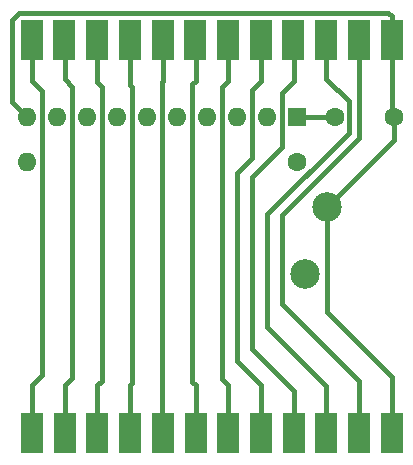
<source format=gbr>
G04 #@! TF.GenerationSoftware,KiCad,Pcbnew,8.0.4*
G04 #@! TF.CreationDate,2025-03-14T11:46:41-03:00*
G04 #@! TF.ProjectId,generic_8_bit_audio_dac,67656e65-7269-4635-9f38-5f6269745f61,rev?*
G04 #@! TF.SameCoordinates,Original*
G04 #@! TF.FileFunction,Copper,L2,Bot*
G04 #@! TF.FilePolarity,Positive*
%FSLAX46Y46*%
G04 Gerber Fmt 4.6, Leading zero omitted, Abs format (unit mm)*
G04 Created by KiCad (PCBNEW 8.0.4) date 2025-03-14 11:46:41*
%MOMM*%
%LPD*%
G01*
G04 APERTURE LIST*
G04 #@! TA.AperFunction,ComponentPad*
%ADD10C,1.600000*%
G04 #@! TD*
G04 #@! TA.AperFunction,ComponentPad*
%ADD11O,1.600000X1.600000*%
G04 #@! TD*
G04 #@! TA.AperFunction,ComponentPad*
%ADD12R,1.600000X1.600000*%
G04 #@! TD*
G04 #@! TA.AperFunction,SMDPad,CuDef*
%ADD13R,1.846667X3.480000*%
G04 #@! TD*
G04 #@! TA.AperFunction,ComponentPad*
%ADD14C,2.500000*%
G04 #@! TD*
G04 #@! TA.AperFunction,Conductor*
%ADD15C,0.400000*%
G04 #@! TD*
G04 APERTURE END LIST*
D10*
X143510000Y-77470000D03*
D11*
X120650000Y-77470000D03*
D12*
X143510000Y-73660000D03*
D11*
X140970000Y-73660000D03*
X138430000Y-73660000D03*
X135890000Y-73660000D03*
X133350000Y-73660000D03*
X130810000Y-73660000D03*
X128270000Y-73660000D03*
X125730000Y-73660000D03*
X123190000Y-73660000D03*
X120650000Y-73660000D03*
D13*
X151530001Y-100457000D03*
X148760001Y-100457000D03*
X145990001Y-100457000D03*
X143220001Y-100457000D03*
X140450001Y-100457000D03*
X137680001Y-100457000D03*
X134910001Y-100457000D03*
X132140001Y-100457000D03*
X129370001Y-100457000D03*
X126600001Y-100457000D03*
X123830001Y-100457000D03*
X121060001Y-100457000D03*
X121036000Y-67183000D03*
X123806000Y-67183000D03*
X126576000Y-67183000D03*
X129346000Y-67183000D03*
X132116000Y-67183000D03*
X134886000Y-67183000D03*
X137656000Y-67183000D03*
X140426000Y-67183000D03*
X143196000Y-67183000D03*
X145966000Y-67183000D03*
X148736000Y-67183000D03*
X151506000Y-67183000D03*
D10*
X146685000Y-73660000D03*
X151685000Y-73660000D03*
D14*
X146050000Y-81280000D03*
X144145000Y-86995000D03*
D15*
X144610000Y-73660000D02*
X146685000Y-73660000D01*
X143510000Y-73660000D02*
X144610000Y-73660000D01*
X151685000Y-73660000D02*
X151685000Y-75645000D01*
X151685000Y-75645000D02*
X146050000Y-81280000D01*
X151530001Y-95650001D02*
X151530001Y-98425000D01*
X146050000Y-81280000D02*
X146050000Y-90170000D01*
X146050000Y-90170000D02*
X151530001Y-95650001D01*
X151530001Y-68580000D02*
X151530001Y-67763334D01*
X151530001Y-73505001D02*
X151685000Y-73660000D01*
X151530001Y-66186001D02*
X151530001Y-73505001D01*
X151530001Y-98425000D02*
X151530001Y-100349001D01*
X151224010Y-64864010D02*
X151511000Y-65151000D01*
X119971655Y-64864010D02*
X151224010Y-64864010D01*
X119380000Y-65455665D02*
X119971655Y-64864010D01*
X151511000Y-65151000D02*
X151511000Y-66167000D01*
X120650000Y-73660000D02*
X119380000Y-72390000D01*
X119380000Y-72390000D02*
X119380000Y-65455665D01*
X142240000Y-89535000D02*
X148760001Y-96055001D01*
X142240000Y-81987122D02*
X142240000Y-89535000D01*
X148760001Y-68580000D02*
X148760001Y-75467121D01*
X148760001Y-96055001D02*
X148760001Y-98425000D01*
X148760001Y-75467121D02*
X142240000Y-81987122D01*
X148760001Y-98425000D02*
X148760001Y-100373001D01*
X145990001Y-96460001D02*
X145990001Y-98425000D01*
X145990001Y-70425001D02*
X147885001Y-72320001D01*
X140970000Y-81915000D02*
X140970000Y-91440000D01*
X140970000Y-91440000D02*
X145990001Y-96460001D01*
X145990001Y-68580000D02*
X145990001Y-70425001D01*
X147885001Y-74999999D02*
X140970000Y-81915000D01*
X147885001Y-72320001D02*
X147885001Y-74999999D01*
X145990001Y-98425000D02*
X145990001Y-100389999D01*
X143220001Y-96865001D02*
X143220001Y-98425000D01*
X143220001Y-70620000D02*
X142240000Y-71600001D01*
X142240000Y-71600001D02*
X142240000Y-76200000D01*
X139700000Y-78740000D02*
X139700000Y-93345000D01*
X139700000Y-93345000D02*
X143220001Y-96865001D01*
X143220001Y-68580000D02*
X143220001Y-70620000D01*
X142240000Y-76200000D02*
X139700000Y-78740000D01*
X143220001Y-98425000D02*
X143220001Y-100421001D01*
X140450001Y-96385000D02*
X140450001Y-98425000D01*
X140450001Y-70620000D02*
X139700000Y-71370001D01*
X138430000Y-94364999D02*
X140450001Y-96385000D01*
X140450001Y-68580000D02*
X140450001Y-70620000D01*
X139700000Y-71370001D02*
X139700000Y-77170508D01*
X139700000Y-77170508D02*
X138430000Y-78440508D01*
X138430000Y-78440508D02*
X138430000Y-94364999D01*
X140450001Y-98425000D02*
X140450001Y-100445001D01*
X137160000Y-95864999D02*
X137680001Y-96385000D01*
X137160000Y-71140001D02*
X137160000Y-95864999D01*
X137680001Y-96385000D02*
X137680001Y-98425000D01*
X137680001Y-68580000D02*
X137680001Y-70620000D01*
X137680001Y-70620000D02*
X137160000Y-71140001D01*
X137680001Y-98425000D02*
X137680001Y-100444999D01*
X134620000Y-96094999D02*
X134910001Y-96385000D01*
X134910001Y-96385000D02*
X134910001Y-98425000D01*
X134620000Y-70910001D02*
X134620000Y-96094999D01*
X134910001Y-68580000D02*
X134910001Y-70620000D01*
X134910001Y-70620000D02*
X134620000Y-70910001D01*
X134910001Y-98425000D02*
X134910001Y-100420999D01*
X132080000Y-70680001D02*
X132080000Y-98364999D01*
X132140001Y-68580000D02*
X132140001Y-70620000D01*
X132140001Y-70620000D02*
X132080000Y-70680001D01*
X132080000Y-98364999D02*
X132080000Y-100457000D01*
X129540000Y-96215001D02*
X129370001Y-96385000D01*
X129370001Y-96385000D02*
X129370001Y-98425000D01*
X129540000Y-71120000D02*
X129540000Y-96215001D01*
X129370001Y-68580000D02*
X129370001Y-70950001D01*
X129370001Y-70950001D02*
X129540000Y-71120000D01*
X129370001Y-98425000D02*
X129370001Y-100414001D01*
X126600001Y-96385000D02*
X126600001Y-98425000D01*
X127000000Y-95985001D02*
X126600001Y-96385000D01*
X127000000Y-71120000D02*
X127000000Y-95985001D01*
X126600001Y-68580000D02*
X126600001Y-70720001D01*
X126600001Y-70720001D02*
X127000000Y-71120000D01*
X126600001Y-98425000D02*
X126600001Y-100438001D01*
X123830001Y-96385000D02*
X123830001Y-98425000D01*
X124460000Y-95755001D02*
X123830001Y-96385000D01*
X124460000Y-71120000D02*
X124460000Y-95755001D01*
X123830001Y-68580000D02*
X123830001Y-70490001D01*
X123830001Y-70490001D02*
X124460000Y-71120000D01*
X123830001Y-98425000D02*
X123830001Y-100335001D01*
X121060001Y-96385000D02*
X121060001Y-98425000D01*
X121920000Y-95525001D02*
X121060001Y-96385000D01*
X121920000Y-71479999D02*
X121920000Y-95525001D01*
X121060001Y-68580000D02*
X121060001Y-70620000D01*
X121060001Y-70620000D02*
X121920000Y-71479999D01*
X121060001Y-98425000D02*
X121060001Y-100359001D01*
M02*

</source>
